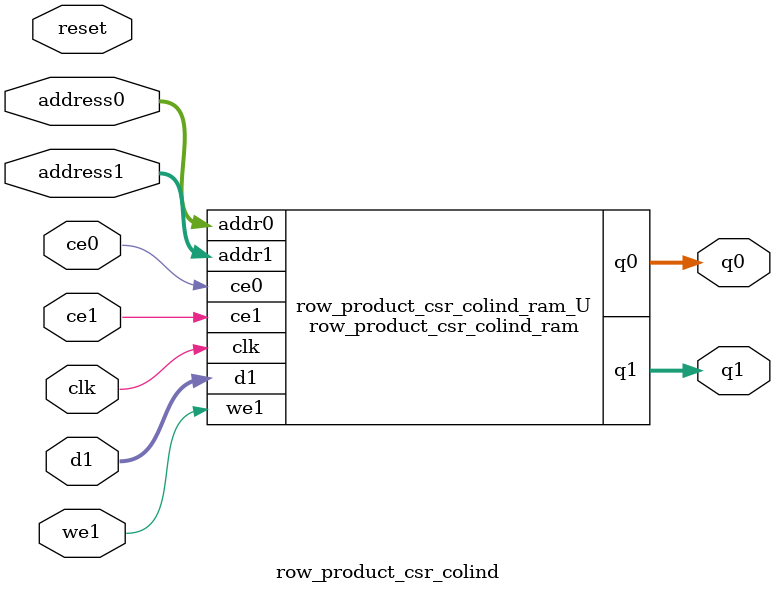
<source format=v>
`timescale 1 ns / 1 ps
module row_product_csr_colind_ram (addr0, ce0, q0, addr1, ce1, d1, we1, q1,  clk);

parameter DWIDTH = 3;
parameter AWIDTH = 5;
parameter MEM_SIZE = 20;

input[AWIDTH-1:0] addr0;
input ce0;
output reg[DWIDTH-1:0] q0;
input[AWIDTH-1:0] addr1;
input ce1;
input[DWIDTH-1:0] d1;
input we1;
output reg[DWIDTH-1:0] q1;
input clk;

(* ram_style = "block" *)reg [DWIDTH-1:0] ram[0:MEM_SIZE-1];




always @(posedge clk)  
begin 
    if (ce0) begin
        q0 <= ram[addr0];
    end
end


always @(posedge clk)  
begin 
    if (ce1) begin
        if (we1) 
            ram[addr1] <= d1; 
        q1 <= ram[addr1];
    end
end


endmodule

`timescale 1 ns / 1 ps
module row_product_csr_colind(
    reset,
    clk,
    address0,
    ce0,
    q0,
    address1,
    ce1,
    we1,
    d1,
    q1);

parameter DataWidth = 32'd3;
parameter AddressRange = 32'd20;
parameter AddressWidth = 32'd5;
input reset;
input clk;
input[AddressWidth - 1:0] address0;
input ce0;
output[DataWidth - 1:0] q0;
input[AddressWidth - 1:0] address1;
input ce1;
input we1;
input[DataWidth - 1:0] d1;
output[DataWidth - 1:0] q1;



row_product_csr_colind_ram row_product_csr_colind_ram_U(
    .clk( clk ),
    .addr0( address0 ),
    .ce0( ce0 ),
    .q0( q0 ),
    .addr1( address1 ),
    .ce1( ce1 ),
    .we1( we1 ),
    .d1( d1 ),
    .q1( q1 ));

endmodule


</source>
